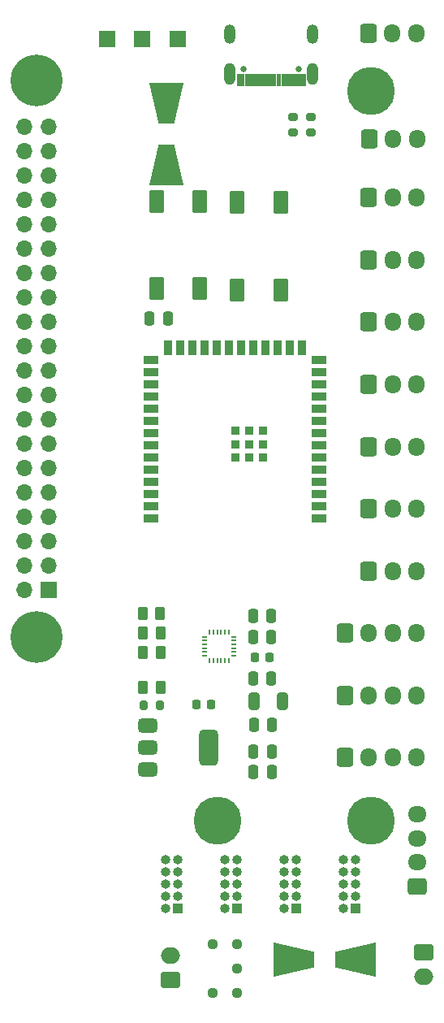
<source format=gts>
G04 #@! TF.GenerationSoftware,KiCad,Pcbnew,9.0.0*
G04 #@! TF.CreationDate,2025-04-10T20:16:32-07:00*
G04 #@! TF.ProjectId,ESP32_S2_SOLO_N4 Kicad Reference Design,45535033-325f-4533-925f-534f4c4f5f4e,rev?*
G04 #@! TF.SameCoordinates,Original*
G04 #@! TF.FileFunction,Soldermask,Top*
G04 #@! TF.FilePolarity,Negative*
%FSLAX46Y46*%
G04 Gerber Fmt 4.6, Leading zero omitted, Abs format (unit mm)*
G04 Created by KiCad (PCBNEW 9.0.0) date 2025-04-10 20:16:32*
%MOMM*%
%LPD*%
G01*
G04 APERTURE LIST*
G04 Aperture macros list*
%AMRoundRect*
0 Rectangle with rounded corners*
0 $1 Rounding radius*
0 $2 $3 $4 $5 $6 $7 $8 $9 X,Y pos of 4 corners*
0 Add a 4 corners polygon primitive as box body*
4,1,4,$2,$3,$4,$5,$6,$7,$8,$9,$2,$3,0*
0 Add four circle primitives for the rounded corners*
1,1,$1+$1,$2,$3*
1,1,$1+$1,$4,$5*
1,1,$1+$1,$6,$7*
1,1,$1+$1,$8,$9*
0 Add four rect primitives between the rounded corners*
20,1,$1+$1,$2,$3,$4,$5,0*
20,1,$1+$1,$4,$5,$6,$7,0*
20,1,$1+$1,$6,$7,$8,$9,0*
20,1,$1+$1,$8,$9,$2,$3,0*%
%AMOutline4P*
0 Free polygon, 4 corners , with rotation*
0 The origin of the aperture is its center*
0 number of corners: always 4*
0 $1 to $8 corner X, Y*
0 $9 Rotation angle, in degrees counterclockwise*
0 create outline with 4 corners*
4,1,4,$1,$2,$3,$4,$5,$6,$7,$8,$1,$2,$9*%
G04 Aperture macros list end*
%ADD10C,0.010000*%
%ADD11RoundRect,0.250000X0.325000X0.650000X-0.325000X0.650000X-0.325000X-0.650000X0.325000X-0.650000X0*%
%ADD12RoundRect,0.225000X-0.225000X-0.250000X0.225000X-0.250000X0.225000X0.250000X-0.225000X0.250000X0*%
%ADD13C,0.850000*%
%ADD14C,5.000000*%
%ADD15RoundRect,0.250000X-0.600000X-0.725000X0.600000X-0.725000X0.600000X0.725000X-0.600000X0.725000X0*%
%ADD16O,1.700000X1.950000*%
%ADD17RoundRect,0.102000X0.700000X-1.050000X0.700000X1.050000X-0.700000X1.050000X-0.700000X-1.050000X0*%
%ADD18RoundRect,0.050000X-0.225000X-0.050000X0.225000X-0.050000X0.225000X0.050000X-0.225000X0.050000X0*%
%ADD19RoundRect,0.050000X0.050000X-0.225000X0.050000X0.225000X-0.050000X0.225000X-0.050000X-0.225000X0*%
%ADD20RoundRect,0.250000X-0.250000X-0.475000X0.250000X-0.475000X0.250000X0.475000X-0.250000X0.475000X0*%
%ADD21R,1.700000X1.700000*%
%ADD22RoundRect,0.250000X-0.262500X-0.450000X0.262500X-0.450000X0.262500X0.450000X-0.262500X0.450000X0*%
%ADD23RoundRect,0.200000X-0.200000X-0.275000X0.200000X-0.275000X0.200000X0.275000X-0.200000X0.275000X0*%
%ADD24RoundRect,0.200000X0.275000X-0.200000X0.275000X0.200000X-0.275000X0.200000X-0.275000X-0.200000X0*%
%ADD25Outline4P,-2.150000X-1.800000X2.150000X-0.800000X2.150000X0.800000X-2.150000X1.800000X0.000000*%
%ADD26Outline4P,-2.150000X-1.800000X2.150000X-0.800000X2.150000X0.800000X-2.150000X1.800000X180.000000*%
%ADD27O,1.700000X1.700000*%
%ADD28R,1.000000X1.000000*%
%ADD29O,1.000000X1.000000*%
%ADD30RoundRect,0.250000X0.250000X0.475000X-0.250000X0.475000X-0.250000X-0.475000X0.250000X-0.475000X0*%
%ADD31RoundRect,0.250000X0.262500X0.450000X-0.262500X0.450000X-0.262500X-0.450000X0.262500X-0.450000X0*%
%ADD32R,1.500000X0.900000*%
%ADD33R,0.900000X1.500000*%
%ADD34R,0.900000X0.900000*%
%ADD35C,0.650000*%
%ADD36O,1.204000X2.304000*%
%ADD37O,1.204000X2.004000*%
%ADD38RoundRect,0.250000X0.725000X-0.600000X0.725000X0.600000X-0.725000X0.600000X-0.725000X-0.600000X0*%
%ADD39O,1.950000X1.700000*%
%ADD40RoundRect,0.218750X0.218750X0.256250X-0.218750X0.256250X-0.218750X-0.256250X0.218750X-0.256250X0*%
%ADD41RoundRect,0.250000X0.750000X-0.600000X0.750000X0.600000X-0.750000X0.600000X-0.750000X-0.600000X0*%
%ADD42O,2.000000X1.700000*%
%ADD43RoundRect,0.375000X-0.625000X-0.375000X0.625000X-0.375000X0.625000X0.375000X-0.625000X0.375000X0*%
%ADD44RoundRect,0.500000X-0.500000X-1.400000X0.500000X-1.400000X0.500000X1.400000X-0.500000X1.400000X0*%
%ADD45Outline4P,-2.150000X-1.800000X2.150000X-0.800000X2.150000X0.800000X-2.150000X1.800000X90.000000*%
%ADD46Outline4P,-2.150000X-1.800000X2.150000X-0.800000X2.150000X0.800000X-2.150000X1.800000X270.000000*%
%ADD47C,1.117600*%
%ADD48C,5.400000*%
%ADD49RoundRect,0.250000X-0.750000X0.600000X-0.750000X-0.600000X0.750000X-0.600000X0.750000X0.600000X0*%
%ADD50RoundRect,0.200000X-0.275000X0.200000X-0.275000X-0.200000X0.275000X-0.200000X0.275000X0.200000X0*%
G04 APERTURE END LIST*
D10*
X77644600Y-68194200D02*
X76944600Y-68194200D01*
X76944600Y-66944200D01*
X77644600Y-66944200D01*
X77644600Y-68194200D01*
G36*
X77644600Y-68194200D02*
G01*
X76944600Y-68194200D01*
X76944600Y-66944200D01*
X77644600Y-66944200D01*
X77644600Y-68194200D01*
G37*
X78444600Y-68194200D02*
X77744600Y-68194200D01*
X77744600Y-66944200D01*
X78444600Y-66944200D01*
X78444600Y-68194200D01*
G36*
X78444600Y-68194200D02*
G01*
X77744600Y-68194200D01*
X77744600Y-66944200D01*
X78444600Y-66944200D01*
X78444600Y-68194200D01*
G37*
X78944600Y-68194200D02*
X78544600Y-68194200D01*
X78544600Y-66944200D01*
X78944600Y-66944200D01*
X78944600Y-68194200D01*
G36*
X78944600Y-68194200D02*
G01*
X78544600Y-68194200D01*
X78544600Y-66944200D01*
X78944600Y-66944200D01*
X78944600Y-68194200D01*
G37*
X79444600Y-68194200D02*
X79044600Y-68194200D01*
X79044600Y-66944200D01*
X79444600Y-66944200D01*
X79444600Y-68194200D01*
G36*
X79444600Y-68194200D02*
G01*
X79044600Y-68194200D01*
X79044600Y-66944200D01*
X79444600Y-66944200D01*
X79444600Y-68194200D01*
G37*
X79944600Y-68194200D02*
X79544600Y-68194200D01*
X79544600Y-66944200D01*
X79944600Y-66944200D01*
X79944600Y-68194200D01*
G36*
X79944600Y-68194200D02*
G01*
X79544600Y-68194200D01*
X79544600Y-66944200D01*
X79944600Y-66944200D01*
X79944600Y-68194200D01*
G37*
X80444600Y-68194200D02*
X80044600Y-68194200D01*
X80044600Y-66944200D01*
X80444600Y-66944200D01*
X80444600Y-68194200D01*
G36*
X80444600Y-68194200D02*
G01*
X80044600Y-68194200D01*
X80044600Y-66944200D01*
X80444600Y-66944200D01*
X80444600Y-68194200D01*
G37*
X80944600Y-68194200D02*
X80544600Y-68194200D01*
X80544600Y-66944200D01*
X80944600Y-66944200D01*
X80944600Y-68194200D01*
G36*
X80944600Y-68194200D02*
G01*
X80544600Y-68194200D01*
X80544600Y-66944200D01*
X80944600Y-66944200D01*
X80944600Y-68194200D01*
G37*
X81444600Y-68194200D02*
X81044600Y-68194200D01*
X81044600Y-66944200D01*
X81444600Y-66944200D01*
X81444600Y-68194200D01*
G36*
X81444600Y-68194200D02*
G01*
X81044600Y-68194200D01*
X81044600Y-66944200D01*
X81444600Y-66944200D01*
X81444600Y-68194200D01*
G37*
X81944600Y-68194200D02*
X81544600Y-68194200D01*
X81544600Y-66944200D01*
X81944600Y-66944200D01*
X81944600Y-68194200D01*
G36*
X81944600Y-68194200D02*
G01*
X81544600Y-68194200D01*
X81544600Y-66944200D01*
X81944600Y-66944200D01*
X81944600Y-68194200D01*
G37*
X82444600Y-68194200D02*
X82044600Y-68194200D01*
X82044600Y-66944200D01*
X82444600Y-66944200D01*
X82444600Y-68194200D01*
G36*
X82444600Y-68194200D02*
G01*
X82044600Y-68194200D01*
X82044600Y-66944200D01*
X82444600Y-66944200D01*
X82444600Y-68194200D01*
G37*
X83244600Y-68194200D02*
X82544600Y-68194200D01*
X82544600Y-66944200D01*
X83244600Y-66944200D01*
X83244600Y-68194200D01*
G36*
X83244600Y-68194200D02*
G01*
X82544600Y-68194200D01*
X82544600Y-66944200D01*
X83244600Y-66944200D01*
X83244600Y-68194200D01*
G37*
X84044600Y-68194200D02*
X83344600Y-68194200D01*
X83344600Y-66944200D01*
X84044600Y-66944200D01*
X84044600Y-68194200D01*
G36*
X84044600Y-68194200D02*
G01*
X83344600Y-68194200D01*
X83344600Y-66944200D01*
X84044600Y-66944200D01*
X84044600Y-68194200D01*
G37*
D11*
X81690000Y-132359400D03*
X78740000Y-132359400D03*
D12*
X78793000Y-127798286D03*
X80343000Y-127798286D03*
D13*
X89032000Y-144772620D03*
X89581175Y-143446795D03*
X89581175Y-146098445D03*
X90907000Y-142897620D03*
D14*
X90907000Y-144772620D03*
D13*
X90907000Y-146647620D03*
X92232825Y-143446795D03*
X92232825Y-146098445D03*
X92782000Y-144772620D03*
D15*
X90678000Y-105807727D03*
D16*
X93178000Y-105807727D03*
X95678000Y-105807727D03*
D17*
X76962000Y-89488500D03*
X81462000Y-89488500D03*
X76962000Y-80388500D03*
X81462000Y-80388500D03*
D15*
X90678000Y-86364181D03*
D16*
X93178000Y-86364181D03*
X95678000Y-86364181D03*
D18*
X73557000Y-125619000D03*
X73557000Y-126019000D03*
X73557000Y-126419000D03*
X73557000Y-126819000D03*
X73557000Y-127219000D03*
X73557000Y-127619000D03*
D19*
X74057000Y-128119000D03*
X74457000Y-128119000D03*
X74857000Y-128119000D03*
X75257000Y-128119000D03*
X75657000Y-128119000D03*
X76057000Y-128119000D03*
D18*
X76557000Y-127619000D03*
X76557000Y-127219000D03*
X76557000Y-126819000D03*
X76557000Y-126419000D03*
X76557000Y-126019000D03*
X76557000Y-125619000D03*
D19*
X76057000Y-125119000D03*
X75657000Y-125119000D03*
X75257000Y-125119000D03*
X74857000Y-125119000D03*
X74457000Y-125119000D03*
X74057000Y-125119000D03*
D20*
X78618000Y-125621143D03*
X80518000Y-125621143D03*
X78643400Y-139674600D03*
X80543400Y-139674600D03*
D21*
X67056000Y-63373000D03*
D15*
X88178000Y-138213636D03*
D16*
X90678000Y-138213636D03*
X93178000Y-138213636D03*
X95678000Y-138213636D03*
D22*
X67136000Y-125222000D03*
X68961000Y-125222000D03*
D23*
X67223500Y-132791200D03*
X68873500Y-132791200D03*
D15*
X90678000Y-99326545D03*
D16*
X93178000Y-99326545D03*
X95678000Y-99326545D03*
D13*
X89032000Y-68772620D03*
X89581175Y-67446795D03*
X89581175Y-70098445D03*
X90907000Y-66897620D03*
D14*
X90907000Y-68772620D03*
D13*
X90907000Y-70647620D03*
X92232825Y-67446795D03*
X92232825Y-70098445D03*
X92782000Y-68772620D03*
D24*
X84654600Y-73100200D03*
X84654600Y-71450200D03*
D15*
X90678000Y-112288909D03*
D16*
X93178000Y-112288909D03*
X95678000Y-112288909D03*
D25*
X82881000Y-159258000D03*
D26*
X89281000Y-159258000D03*
D21*
X57277000Y-120777000D03*
D27*
X54737000Y-120777000D03*
X57277000Y-118237000D03*
X54737000Y-118237000D03*
X57277000Y-115697000D03*
X54737000Y-115697000D03*
X57277000Y-113157000D03*
X54737000Y-113157000D03*
X57277000Y-110617000D03*
X54737000Y-110617000D03*
X57277000Y-108077000D03*
X54737000Y-108077000D03*
X57277000Y-105537000D03*
X54737000Y-105537000D03*
X57277000Y-102997000D03*
X54737000Y-102997000D03*
X57277000Y-100457000D03*
X54737000Y-100457000D03*
X57277000Y-97917000D03*
X54737000Y-97917000D03*
X57277000Y-95377000D03*
X54737000Y-95377000D03*
X57277000Y-92837000D03*
X54737000Y-92837000D03*
X57277000Y-90297000D03*
X54737000Y-90297000D03*
X57277000Y-87757000D03*
X54737000Y-87757000D03*
X57277000Y-85217000D03*
X54737000Y-85217000D03*
X57277000Y-82677000D03*
X54737000Y-82677000D03*
X57277000Y-80137000D03*
X54737000Y-80137000D03*
X57277000Y-77597000D03*
X54737000Y-77597000D03*
X57277000Y-75057000D03*
X54737000Y-75057000D03*
X57277000Y-72517000D03*
X54737000Y-72517000D03*
D15*
X90601800Y-62763400D03*
D16*
X93101800Y-62763400D03*
X95601800Y-62763400D03*
D28*
X70739000Y-153924000D03*
D29*
X69469000Y-153924000D03*
X70739000Y-152654000D03*
X69469000Y-152654000D03*
X70739000Y-151384000D03*
X69469000Y-151384000D03*
X70739000Y-150114000D03*
X69469000Y-150114000D03*
X70739000Y-148844000D03*
X69469000Y-148844000D03*
D30*
X80563800Y-134797800D03*
X78663800Y-134797800D03*
X69718000Y-92456000D03*
X67818000Y-92456000D03*
D28*
X76919667Y-153924000D03*
D29*
X75649667Y-153924000D03*
X76919667Y-152654000D03*
X75649667Y-152654000D03*
X76919667Y-151384000D03*
X75649667Y-151384000D03*
X76919667Y-150114000D03*
X75649667Y-150114000D03*
X76919667Y-148844000D03*
X75649667Y-148844000D03*
D31*
X68961000Y-130886200D03*
X67136000Y-130886200D03*
D15*
X90678000Y-118770091D03*
D16*
X93178000Y-118770091D03*
X95678000Y-118770091D03*
D32*
X85445000Y-113284000D03*
X85445000Y-112014000D03*
X85445000Y-110744000D03*
X85445000Y-109474000D03*
X85445000Y-108204000D03*
X85445000Y-106934000D03*
X85445000Y-105664000D03*
X85445000Y-104394000D03*
X85445000Y-103124000D03*
X85445000Y-101854000D03*
X85445000Y-100584000D03*
X85445000Y-99314000D03*
X85445000Y-98044000D03*
X85445000Y-96774000D03*
D33*
X83680000Y-95524000D03*
X82410000Y-95524000D03*
X81140000Y-95524000D03*
X79870000Y-95524000D03*
X78600000Y-95524000D03*
X77330000Y-95524000D03*
X76060000Y-95524000D03*
X74790000Y-95524000D03*
X73520000Y-95524000D03*
X72250000Y-95524000D03*
X70980000Y-95524000D03*
X69710000Y-95524000D03*
D32*
X67945000Y-96774000D03*
X67945000Y-98044000D03*
X67945000Y-99314000D03*
X67945000Y-100584000D03*
X67945000Y-101854000D03*
X67945000Y-103124000D03*
X67945000Y-104394000D03*
X67945000Y-105664000D03*
X67945000Y-106934000D03*
X67945000Y-108204000D03*
X67945000Y-109474000D03*
X67945000Y-110744000D03*
X67945000Y-112014000D03*
X67945000Y-113284000D03*
D34*
X79595000Y-106964000D03*
X79595000Y-105564000D03*
X79595000Y-104164000D03*
X78195000Y-106964000D03*
X78195000Y-105564000D03*
X78195000Y-104164000D03*
X76795000Y-106964000D03*
X76795000Y-105564000D03*
X76795000Y-104164000D03*
D15*
X88178000Y-125251272D03*
D16*
X90678000Y-125251272D03*
X93178000Y-125251272D03*
X95678000Y-125251272D03*
D35*
X83384600Y-66494200D03*
X77604600Y-66494200D03*
D36*
X84814600Y-66994200D03*
X76174600Y-66994200D03*
D37*
X84814600Y-62814200D03*
X76174600Y-62814200D03*
D38*
X95758000Y-151638000D03*
D39*
X95758000Y-149138000D03*
X95758000Y-146638000D03*
X95758000Y-144138000D03*
D17*
X68525000Y-89361500D03*
X73025000Y-89361500D03*
X68525000Y-80261500D03*
X73025000Y-80261500D03*
D22*
X67136000Y-127254000D03*
X68961000Y-127254000D03*
D40*
X74255000Y-132664200D03*
X72680000Y-132664200D03*
D20*
X78638400Y-137566400D03*
X80538400Y-137566400D03*
D41*
X69977000Y-161377000D03*
D42*
X69977000Y-158877000D03*
D22*
X67089000Y-123190000D03*
X68914000Y-123190000D03*
D43*
X67639400Y-134860000D03*
X67639400Y-137160000D03*
D44*
X73939400Y-137160000D03*
D43*
X67639400Y-139460000D03*
D20*
X78618000Y-129975429D03*
X80518000Y-129975429D03*
D28*
X83100333Y-153924000D03*
D29*
X81830333Y-153924000D03*
X83100333Y-152654000D03*
X81830333Y-152654000D03*
X83100333Y-151384000D03*
X81830333Y-151384000D03*
X83100333Y-150114000D03*
X81830333Y-150114000D03*
X83100333Y-148844000D03*
X81830333Y-148844000D03*
D30*
X80518000Y-123444000D03*
X78618000Y-123444000D03*
D45*
X69596000Y-76454000D03*
D46*
X69596000Y-70054000D03*
D28*
X89281000Y-153924000D03*
D29*
X88011000Y-153924000D03*
X89281000Y-152654000D03*
X88011000Y-152654000D03*
X89281000Y-151384000D03*
X88011000Y-151384000D03*
X89281000Y-150114000D03*
X88011000Y-150114000D03*
X89281000Y-148844000D03*
X88011000Y-148844000D03*
D15*
X90678000Y-79883000D03*
D16*
X93178000Y-79883000D03*
X95678000Y-79883000D03*
D47*
X74402950Y-162772850D03*
X74402950Y-157692850D03*
X76942950Y-162772850D03*
X76942950Y-160232850D03*
X76942950Y-157692850D03*
D13*
X53982000Y-67647000D03*
X54575109Y-66215109D03*
X54575109Y-69078891D03*
X56007000Y-65622000D03*
D48*
X56007000Y-67647000D03*
D13*
X56007000Y-69672000D03*
X57438891Y-66215109D03*
X57438891Y-69078891D03*
X58032000Y-67647000D03*
D15*
X88178000Y-131732454D03*
D16*
X90678000Y-131732454D03*
X93178000Y-131732454D03*
X95678000Y-131732454D03*
D15*
X90703400Y-73736200D03*
D16*
X93203400Y-73736200D03*
X95703400Y-73736200D03*
D13*
X53982000Y-125647000D03*
X54575109Y-124215109D03*
X54575109Y-127078891D03*
X56007000Y-123622000D03*
D48*
X56007000Y-125647000D03*
D13*
X56007000Y-127672000D03*
X57438891Y-124215109D03*
X57438891Y-127078891D03*
X58032000Y-125647000D03*
D21*
X63373000Y-63373000D03*
D13*
X73032000Y-144772620D03*
X73581175Y-143446795D03*
X73581175Y-146098445D03*
X74907000Y-142897620D03*
D14*
X74907000Y-144772620D03*
D13*
X74907000Y-146647620D03*
X76232825Y-143446795D03*
X76232825Y-146098445D03*
X76782000Y-144772620D03*
D21*
X70739000Y-63373000D03*
D49*
X96393000Y-158536000D03*
D42*
X96393000Y-161036000D03*
D50*
X82749600Y-71425800D03*
X82749600Y-73075800D03*
D15*
X90678000Y-92845363D03*
D16*
X93178000Y-92845363D03*
X95678000Y-92845363D03*
M02*

</source>
